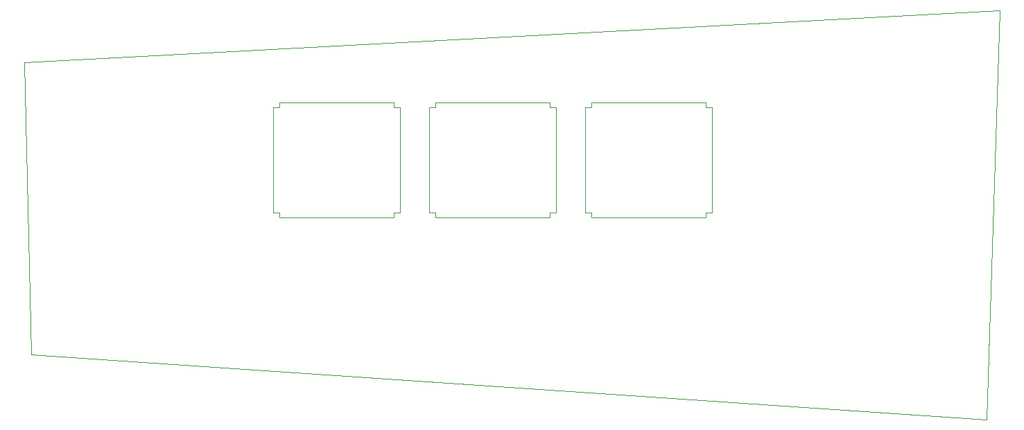
<source format=gbr>
G04 #@! TF.GenerationSoftware,KiCad,Pcbnew,(5.1.4-0)*
G04 #@! TF.CreationDate,2020-11-08T11:40:52+08:00*
G04 #@! TF.ProjectId,plate,706c6174-652e-46b6-9963-61645f706362,rev?*
G04 #@! TF.SameCoordinates,Original*
G04 #@! TF.FileFunction,Profile,NP*
%FSLAX46Y46*%
G04 Gerber Fmt 4.6, Leading zero omitted, Abs format (unit mm)*
G04 Created by KiCad (PCBNEW (5.1.4-0)) date 2020-11-08 11:40:52*
%MOMM*%
%LPD*%
G04 APERTURE LIST*
%ADD10C,0.050000*%
G04 APERTURE END LIST*
D10*
X130968750Y-112712500D02*
X130175000Y-76993750D01*
X247650000Y-120650000D02*
X130968750Y-112712500D01*
X249237500Y-70643750D02*
X247650000Y-120650000D01*
X130175000Y-76993750D02*
X249237500Y-70643750D01*
X199375000Y-95900000D02*
X213375000Y-95900000D01*
X199375000Y-81900000D02*
X213375000Y-81900000D01*
X214125000Y-95300000D02*
X214125000Y-82500000D01*
X198625000Y-95300000D02*
X198625000Y-82500000D01*
X198625000Y-95300000D02*
X199375000Y-95300000D01*
X199375000Y-95300000D02*
X199375000Y-95900000D01*
X213375000Y-95900000D02*
X213375000Y-95300000D01*
X213375000Y-95300000D02*
X214125000Y-95300000D01*
X199375000Y-81900000D02*
X199375000Y-82500000D01*
X199375000Y-82500000D02*
X198625000Y-82500000D01*
X214125000Y-82500000D02*
X213375000Y-82500000D01*
X213375000Y-82500000D02*
X213375000Y-81900000D01*
X180325000Y-95900000D02*
X194325000Y-95900000D01*
X180325000Y-81900000D02*
X194325000Y-81900000D01*
X195075000Y-95300000D02*
X195075000Y-82500000D01*
X179575000Y-95300000D02*
X179575000Y-82500000D01*
X179575000Y-95300000D02*
X180325000Y-95300000D01*
X180325000Y-95300000D02*
X180325000Y-95900000D01*
X194325000Y-95900000D02*
X194325000Y-95300000D01*
X194325000Y-95300000D02*
X195075000Y-95300000D01*
X180325000Y-81900000D02*
X180325000Y-82500000D01*
X180325000Y-82500000D02*
X179575000Y-82500000D01*
X195075000Y-82500000D02*
X194325000Y-82500000D01*
X194325000Y-82500000D02*
X194325000Y-81900000D01*
X175275000Y-82500000D02*
X175275000Y-81900000D01*
X176025000Y-82500000D02*
X175275000Y-82500000D01*
X161275000Y-82500000D02*
X160525000Y-82500000D01*
X161275000Y-81900000D02*
X161275000Y-82500000D01*
X175275000Y-95300000D02*
X176025000Y-95300000D01*
X175275000Y-95900000D02*
X175275000Y-95300000D01*
X161275000Y-95300000D02*
X161275000Y-95900000D01*
X160525000Y-95300000D02*
X161275000Y-95300000D01*
X160525000Y-95300000D02*
X160525000Y-82500000D01*
X176025000Y-95300000D02*
X176025000Y-82500000D01*
X161275000Y-81900000D02*
X175275000Y-81900000D01*
X161275000Y-95900000D02*
X175275000Y-95900000D01*
M02*

</source>
